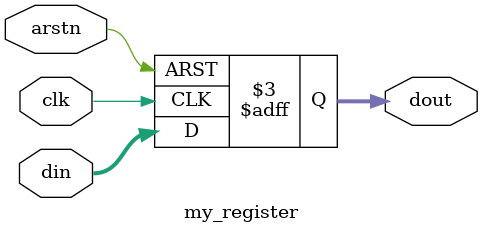
<source format=sv>

module testbench // "tb_inst"
(
    input logic clk
);

// Variables generated for SystemC signals
logic arstn;
logic [31:0] din;
logic [31:0] tmp0;
logic [31:0] tmp1;
logic [31:0] dout;

//------------------------------------------------------------------------------
// Clocked THREAD: test_thread (test_verilog_intrinsic3.cpp:112:5) 
// Empty process, no code generated 


//------------------------------------------------------------------------------
// Child module instances

my_register reg0
(
  .clk(clk),
  .arstn(arstn),
  .din(din),
  .dout(tmp0)
);

my_register reg1
(
  .clk(clk),
  .arstn(arstn),
  .din(tmp0),
  .dout(tmp1)
);

my_register reg2
(
  .clk(clk),
  .arstn(arstn),
  .din(tmp1),
  .dout(dout)
);

empty_intrinsic empty1
(
  .clk(clk)
);

empty_intrinsic empty2
(
  .clk(clk)
);

endmodule



//==============================================================================
//
// Verilog intrinsic for module: my_register (test_verilog_intrinsic3.cpp:81:5)
//
module my_register (
    input  logic        clk,
    input  logic        arstn,
    input  logic [31:0] din,
    output logic [31:0] dout
);


always_ff @(posedge clk or negedge arstn) begin
    if (~arstn) begin
        dout <= 0;
    end else
    begin
        dout <= din;
    end
end

endmodule


</source>
